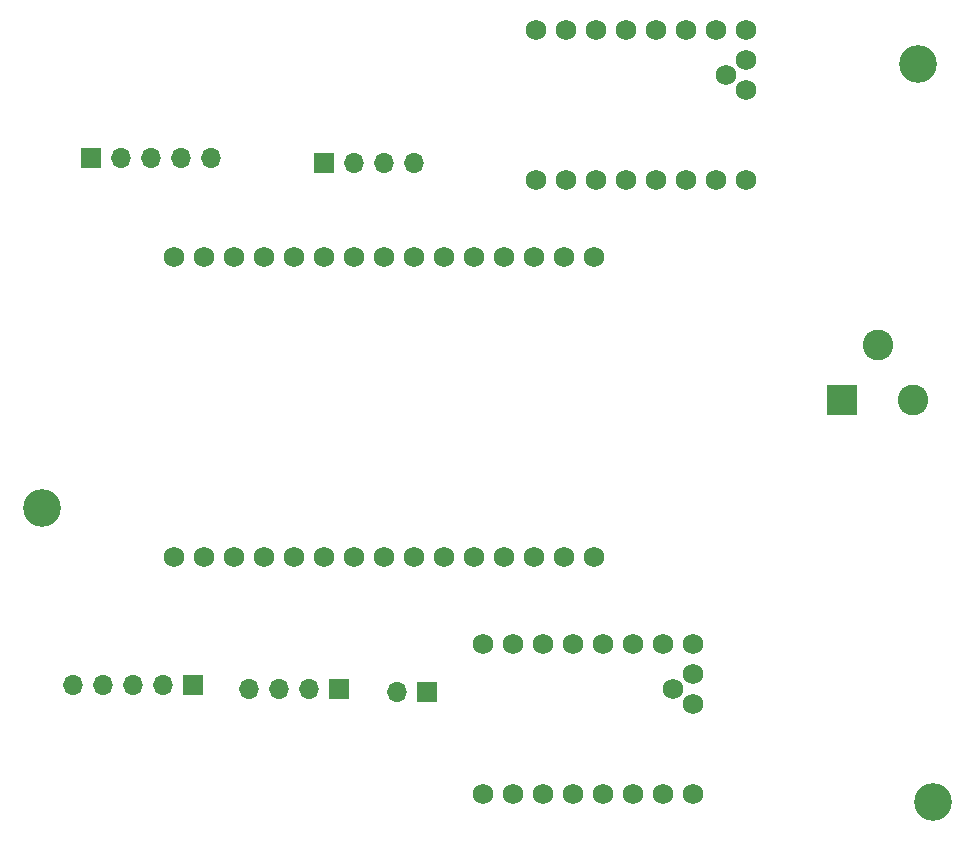
<source format=gts>
G04 #@! TF.GenerationSoftware,KiCad,Pcbnew,8.0.8-8.0.8-0~ubuntu20.04.1*
G04 #@! TF.CreationDate,2025-01-23T22:26:12-05:00*
G04 #@! TF.ProjectId,sub_pcb,7375625f-7063-4622-9e6b-696361645f70,rev?*
G04 #@! TF.SameCoordinates,Original*
G04 #@! TF.FileFunction,Soldermask,Top*
G04 #@! TF.FilePolarity,Negative*
%FSLAX46Y46*%
G04 Gerber Fmt 4.6, Leading zero omitted, Abs format (unit mm)*
G04 Created by KiCad (PCBNEW 8.0.8-8.0.8-0~ubuntu20.04.1) date 2025-01-23 22:26:12*
%MOMM*%
%LPD*%
G01*
G04 APERTURE LIST*
%ADD10C,3.200000*%
%ADD11R,1.700000X1.700000*%
%ADD12O,1.700000X1.700000*%
%ADD13C,1.728000*%
%ADD14R,2.600000X2.600000*%
%ADD15C,2.600000*%
G04 APERTURE END LIST*
D10*
X157480000Y-34036000D03*
X158750000Y-96500000D03*
X83312000Y-71628000D03*
D11*
X115890000Y-87170000D03*
D12*
X113350000Y-87170000D03*
D11*
X96075000Y-86625000D03*
D12*
X93535000Y-86625000D03*
X90995000Y-86625000D03*
X88455000Y-86625000D03*
X85915000Y-86625000D03*
D13*
X120610000Y-95850000D03*
X123150000Y-95850000D03*
X125690000Y-95850000D03*
X128230000Y-95850000D03*
X130770000Y-95850000D03*
X133310000Y-95850000D03*
X135850000Y-95850000D03*
X138390000Y-95850000D03*
X120610000Y-83150000D03*
X123150000Y-83150000D03*
X125690000Y-83150000D03*
X128230000Y-83150000D03*
X130770000Y-83150000D03*
X133310000Y-83150000D03*
X135850000Y-83150000D03*
X138390000Y-83150000D03*
X138390000Y-88230000D03*
X138390000Y-85690000D03*
X136739000Y-86960000D03*
X125110000Y-43850000D03*
X127650000Y-43850000D03*
X130190000Y-43850000D03*
X132730000Y-43850000D03*
X135270000Y-43850000D03*
X137810000Y-43850000D03*
X140350000Y-43850000D03*
X142890000Y-43850000D03*
X125110000Y-31150000D03*
X127650000Y-31150000D03*
X130190000Y-31150000D03*
X132730000Y-31150000D03*
X135270000Y-31150000D03*
X137810000Y-31150000D03*
X140350000Y-31150000D03*
X142890000Y-31150000D03*
X142890000Y-36230000D03*
X142890000Y-33690000D03*
X141239000Y-34960000D03*
X130042000Y-75787000D03*
X127502000Y-75787000D03*
X124962000Y-75787000D03*
X122422000Y-75787000D03*
X119882000Y-75787000D03*
X117342000Y-75787000D03*
X114802000Y-75787000D03*
X112262000Y-75787000D03*
X109722000Y-75787000D03*
X107182000Y-75787000D03*
X104642000Y-75787000D03*
X102102000Y-75787000D03*
X99562000Y-75787000D03*
X97022000Y-75787000D03*
X94482000Y-75787000D03*
X130042000Y-50387000D03*
X127502000Y-50387000D03*
X124962000Y-50387000D03*
X122422000Y-50387000D03*
X119882000Y-50387000D03*
X117342000Y-50387000D03*
X114802000Y-50387000D03*
X112262000Y-50387000D03*
X109722000Y-50387000D03*
X107182000Y-50387000D03*
X104642000Y-50387000D03*
X102102000Y-50387000D03*
X99562000Y-50387000D03*
X97022000Y-50387000D03*
X94482000Y-50387000D03*
D11*
X107200000Y-42375000D03*
D12*
X109740000Y-42375000D03*
X112280000Y-42375000D03*
X114820000Y-42375000D03*
X100850000Y-86945000D03*
X103390000Y-86945000D03*
X105930000Y-86945000D03*
D11*
X108470000Y-86945000D03*
D12*
X97620000Y-42000000D03*
X95080000Y-42000000D03*
X92540000Y-42000000D03*
X90000000Y-42000000D03*
D11*
X87460000Y-42000000D03*
D14*
X151050000Y-62490000D03*
D15*
X157050000Y-62490000D03*
X154050000Y-57790000D03*
M02*

</source>
